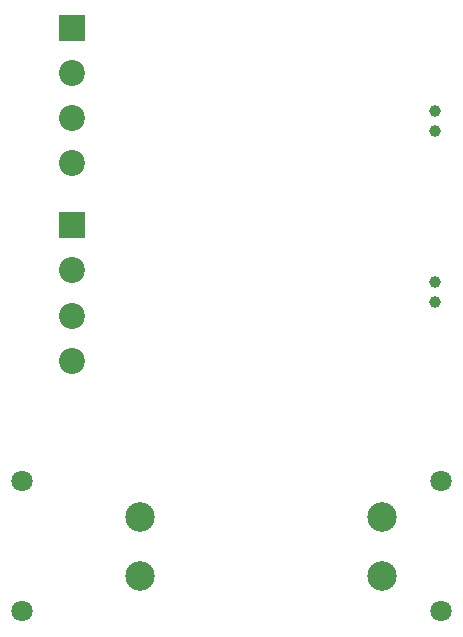
<source format=gbs>
%TF.GenerationSoftware,KiCad,Pcbnew,9.0.6*%
%TF.CreationDate,2025-12-05T19:41:49+01:00*%
%TF.ProjectId,balancingBoard,62616c61-6e63-4696-9e67-426f6172642e,rev?*%
%TF.SameCoordinates,Original*%
%TF.FileFunction,Soldermask,Bot*%
%TF.FilePolarity,Negative*%
%FSLAX46Y46*%
G04 Gerber Fmt 4.6, Leading zero omitted, Abs format (unit mm)*
G04 Created by KiCad (PCBNEW 9.0.6) date 2025-12-05 19:41:49*
%MOMM*%
%LPD*%
G01*
G04 APERTURE LIST*
%ADD10C,2.500000*%
%ADD11C,1.800000*%
%ADD12R,2.200000X2.200000*%
%ADD13C,2.200000*%
%ADD14C,1.000000*%
G04 APERTURE END LIST*
D10*
%TO.C,U3*%
X119012500Y-107690000D03*
X119012500Y-102690000D03*
D11*
X124012500Y-99690000D03*
X124012500Y-110690000D03*
%TD*%
D12*
%TO.C,CN1*%
X92750000Y-61310000D03*
D13*
X92750000Y-65120000D03*
X92750000Y-68940000D03*
X92750000Y-72750000D03*
%TD*%
D14*
%TO.C,R19*%
X123500000Y-84500000D03*
X123500000Y-82800000D03*
%TD*%
%TO.C,R15*%
X123500000Y-70000000D03*
X123500000Y-68300000D03*
%TD*%
D12*
%TO.C,CN2*%
X92725000Y-78030000D03*
D13*
X92725000Y-81840000D03*
X92725000Y-85660000D03*
X92725000Y-89470000D03*
%TD*%
D10*
%TO.C,CN3*%
X98500000Y-102690000D03*
X98500000Y-107690000D03*
D11*
X88500000Y-110690000D03*
X88500000Y-99690000D03*
%TD*%
M02*

</source>
